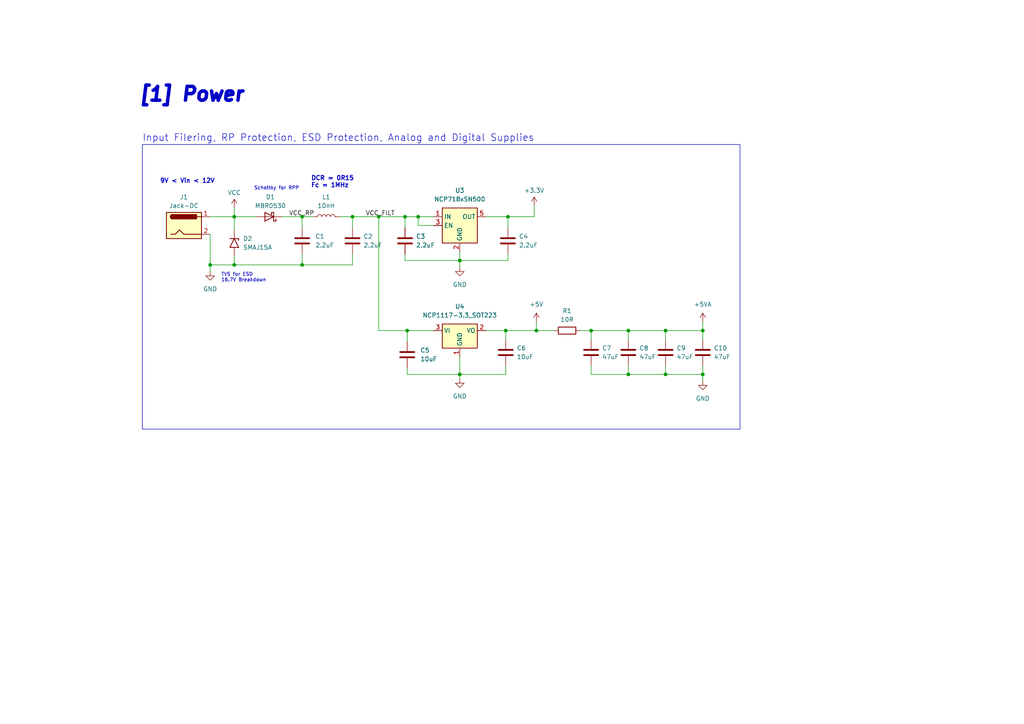
<source format=kicad_sch>
(kicad_sch (version 20230121) (generator eeschema)
  (paper "A4")
  (lib_symbols
    (symbol "Connector:Jack-DC" (pin_names (offset 1.016))
      (property "Reference" "J" (at 0 5.334 0))
      (property "Value" "Jack-DC" (at 0 -5.08 0))
      (symbol "Jack-DC_0_1"
        (rectangle (start -5.08 3.81) (end 5.08 -3.81) (stroke (width 0.254)) (fill (type background)))
        (arc (start -3.302 3.175) (mid -3.9343 2.54) (end -3.302 1.905) (stroke (width 0.254)))
        (arc (start -3.302 3.175) (mid -3.9343 2.54) (end -3.302 1.905) (stroke (width 0.254)) (fill (type outline)))
        (polyline (pts (xy 5.08 2.54) (xy 3.81 2.54)) (stroke (width 0.254)))
        (polyline (pts (xy -3.81 -2.54) (xy -2.54 -2.54) (xy -1.27 -1.27) (xy 0 -2.54) (xy 2.54 -2.54) (xy 5.08 -2.54)) (stroke (width 0.254)))
        (rectangle (start 3.683 3.175) (end -3.302 1.905) (stroke (width 0.254)) (fill (type outline)))
      )
      (symbol "Jack-DC_1_1"
        (pin passive line (at 7.62 2.54 180) (length 2.54) (name "~") (number "1"))
        (pin passive line (at 7.62 -2.54 180) (length 2.54) (name "~") (number "2"))
      )
    )
    (symbol "Device:C" (pin_numbers hide) (pin_names (offset 0.254))
      (property "Reference" "C" (at 0.635 2.54 0))
      (property "Value" "C" (at 0.635 -2.54 0))
      (symbol "C_0_1"
        (polyline (pts (xy -2.032 -0.762) (xy 2.032 -0.762)) (stroke (width 0.508)))
        (polyline (pts (xy -2.032 0.762) (xy 2.032 0.762)) (stroke (width 0.508)))
      )
      (symbol "C_1_1"
        (pin passive line (at 0 3.81 270) (length 2.794) (name "~") (number "1"))
        (pin passive line (at 0 -3.81 90) (length 2.794) (name "~") (number "2"))
      )
    )
    (symbol "Device:L" (pin_numbers hide) (pin_names (offset 1.016) hide)
      (property "Reference" "L" (at -1.27 0 90))
      (property "Value" "L" (at 1.905 0 90))
      (symbol "L_0_1"
        (arc (start 0 -2.54) (mid 0.6323 -1.905) (end 0 -1.27))
        (arc (start 0 -1.27) (mid 0.6323 -0.635) (end 0 0))
        (arc (start 0 0) (mid 0.6323 0.635) (end 0 1.27))
        (arc (start 0 1.27) (mid 0.6323 1.905) (end 0 2.54))
      )
      (symbol "L_1_1"
        (pin passive line (at 0 3.81 270) (length 1.27) (name "1") (number "1"))
        (pin passive line (at 0 -3.81 90) (length 1.27) (name "2") (number "2"))
      )
    )
    (symbol "Device:R" (pin_numbers hide) (pin_names (offset 0))
      (property "Reference" "R" (at 2.032 0 90))
      (property "Value" "R" (at 0 0 90))
      (symbol "R_0_1"
        (rectangle (start -1.016 -2.54) (end 1.016 2.54) (stroke (width 0.254)))
      )
      (symbol "R_1_1"
        (pin passive line (at 0 3.81 270) (length 1.27) (name "~") (number "1"))
        (pin passive line (at 0 -3.81 90) (length 1.27) (name "~") (number "2"))
      )
    )
    (symbol "Diode:MBR0530" (pin_numbers hide) (pin_names (offset 1.016) hide)
      (property "Reference" "D" (at 0 2.54 0))
      (property "Value" "MBR0530" (at 0 -2.54 0))
      (symbol "MBR0530_0_1"
        (polyline (pts (xy 1.27 0) (xy -1.27 0)))
        (polyline (pts (xy 1.27 1.27) (xy 1.27 -1.27) (xy -1.27 0) (xy 1.27 1.27)) (stroke (width 0.254)))
        (polyline (pts (xy -1.905 0.635) (xy -1.905 1.27) (xy -1.27 1.27) (xy -1.27 -1.27) (xy -0.635 -1.27) (xy -0.635 -0.635)) (stroke (width 0.254)))
      )
      (symbol "MBR0530_1_1"
        (pin passive line (at -3.81 0 0) (length 2.54) (name "K") (number "1"))
        (pin passive line (at 3.81 0 180) (length 2.54) (name "A") (number "2"))
      )
    )
    (symbol "Diode:SMAJ15A" (pin_numbers hide) (pin_names (offset 1.016) hide)
      (property "Reference" "D" (at 0 2.54 0))
      (property "Value" "SMAJ15A" (at 0 -2.54 0))
      (symbol "SMAJ15A_0_1"
        (polyline (pts (xy -0.762 1.27) (xy -1.27 1.27) (xy -1.27 -1.27)) (stroke (width 0.254)))
        (polyline (pts (xy 1.27 1.27) (xy 1.27 -1.27) (xy -1.27 0) (xy 1.27 1.27)) (stroke (width 0.254)))
      )
      (symbol "SMAJ15A_1_1"
        (pin passive line (at -3.81 0 0) (length 2.54) (name "A1") (number "1"))
        (pin passive line (at 3.81 0 180) (length 2.54) (name "A2") (number "2"))
      )
    )
    (symbol "Regulator_Linear:NCP1117-3.3_SOT223"
      (property "Reference" "U" (at -3.81 3.175 0))
      (property "Value" "NCP1117-3.3_SOT223" (at 0 3.175 0))
      (symbol "NCP1117-3.3_SOT223_0_1"
        (rectangle (start -5.08 -5.08) (end 5.08 1.905) (stroke (width 0.254)) (fill (type background)))
      )
      (symbol "NCP1117-3.3_SOT223_1_1"
        (pin power_in line (at 0 -7.62 90) (length 2.54) (name "GND") (number "1"))
        (pin power_out line (at 7.62 0 180) (length 2.54) (name "VO") (number "2"))
        (pin power_in line (at -7.62 0 0) (length 2.54) (name "VI") (number "3"))
      )
    )
    (symbol "Regulator_Linear:NCP718xSN500"
      (property "Reference" "U" (at -3.81 6.35 0))
      (property "Value" "NCP718xSN500" (at 6.35 6.35 0))
      (symbol "NCP718xSN500_0_1"
        (rectangle (start -5.08 -5.08) (end 5.08 5.08) (stroke (width 0.254)) (fill (type background)))
        (pin power_in line (at -7.62 2.54 0) (length 2.54) (name "IN") (number "1"))
        (pin power_in line (at 0 -7.62 90) (length 2.54) (name "GND") (number "2"))
        (pin input line (at -7.62 0 0) (length 2.54) (name "EN") (number "3"))
        (pin no_connect line (at 5.08 0 180) (length 2.54) hide (name "NC") (number "4"))
        (pin power_out line (at 7.62 2.54 180) (length 2.54) (name "OUT") (number "5"))
      )
    )
    (symbol "power:+3.3V" (power) (pin_names (offset 0))
      (property "Value" "+3.3V" (at 0 3.556 0))
      (symbol "+3.3V_0_1"
        (polyline (pts (xy -0.762 1.27) (xy 0 2.54)))
        (polyline (pts (xy 0 0) (xy 0 2.54)))
        (polyline (pts (xy 0 2.54) (xy 0.762 1.27)))
      )
      (symbol "+3.3V_1_1"
        (pin power_in line (at 0 0 90) (length 0) hide (name "+3.3V") (number "1"))
      )
    )
    (symbol "power:+5V" (power) (pin_names (offset 0))
      (property "Value" "+5V" (at 0 3.556 0))
      (symbol "+5V_0_1"
        (polyline (pts (xy -0.762 1.27) (xy 0 2.54)))
        (polyline (pts (xy 0 0) (xy 0 2.54)))
        (polyline (pts (xy 0 2.54) (xy 0.762 1.27)))
      )
      (symbol "+5V_1_1"
        (pin power_in line (at 0 0 90) (length 0) hide (name "+5V") (number "1"))
      )
    )
    (symbol "power:+5VA" (power) (pin_names (offset 0))
      (property "Value" "+5VA" (at 0 3.556 0))
      (symbol "+5VA_0_1"
        (polyline (pts (xy -0.762 1.27) (xy 0 2.54)))
        (polyline (pts (xy 0 0) (xy 0 2.54)))
        (polyline (pts (xy 0 2.54) (xy 0.762 1.27)))
      )
      (symbol "+5VA_1_1"
        (pin power_in line (at 0 0 90) (length 0) hide (name "+5VA") (number "1"))
      )
    )
    (symbol "power:GND" (power) (pin_names (offset 0))
      (property "Value" "GND" (at 0 -3.81 0))
      (symbol "GND_0_1"
        (polyline (pts (xy 0 0) (xy 0 -1.27) (xy 1.27 -1.27) (xy 0 -2.54) (xy -1.27 -1.27) (xy 0 -1.27)))
      )
      (symbol "GND_1_1"
        (pin power_in line (at 0 0 270) (length 0) hide (name "GND") (number "1"))
      )
    )
    (symbol "power:VCC" (power) (pin_names (offset 0))
      (property "Value" "VCC" (at 0 3.81 0))
      (symbol "VCC_0_1"
        (polyline (pts (xy -0.762 1.27) (xy 0 2.54)))
        (polyline (pts (xy 0 0) (xy 0 2.54)))
        (polyline (pts (xy 0 2.54) (xy 0.762 1.27)))
      )
      (symbol "VCC_1_1"
        (pin power_in line (at 0 0 90) (length 0) hide (name "VCC") (number "1"))
      )
    )
  )
  (junction (at 171.45 95.885))
  (junction (at 203.835 108.585))
  (junction (at 87.63 62.865))
  (junction (at 117.475 62.865))
  (junction (at 87.63 76.835))
  (junction (at 118.11 95.885))
  (junction (at 121.285 62.865))
  (junction (at 182.245 95.885))
  (junction (at 203.835 95.885))
  (junction (at 155.575 95.885))
  (junction (at 67.945 62.865))
  (junction (at 133.35 108.585))
  (junction (at 146.685 95.885))
  (junction (at 193.04 95.885))
  (junction (at 147.32 62.865))
  (junction (at 60.96 76.835))
  (junction (at 67.945 76.835))
  (junction (at 109.855 62.865))
  (junction (at 133.35 75.565))
  (junction (at 193.04 108.585))
  (junction (at 102.235 62.865))
  (junction (at 182.245 108.585))
  (wire (pts (xy 154.94 59.69) (xy 154.94 62.865)))
  (wire (pts (xy 203.835 108.585) (xy 203.835 110.49)))
  (wire (pts (xy 182.245 95.885) (xy 193.04 95.885)))
  (wire (pts (xy 118.11 95.885) (xy 125.73 95.885)))
  (wire (pts (xy 140.97 95.885) (xy 146.685 95.885)))
  (wire (pts (xy 133.35 103.505) (xy 133.35 108.585)))
  (wire (pts (xy 203.835 93.345) (xy 203.835 95.885)))
  (wire (pts (xy 81.915 62.865) (xy 87.63 62.865)))
  (wire (pts (xy 109.855 62.865) (xy 117.475 62.865)))
  (wire (pts (xy 60.96 62.865) (xy 67.945 62.865)))
  (wire (pts (xy 87.63 62.865) (xy 87.63 66.04)))
  (wire (pts (xy 193.04 95.885) (xy 193.04 98.425)))
  (wire (pts (xy 203.835 108.585) (xy 203.835 106.045)))
  (wire (pts (xy 171.45 95.885) (xy 171.45 98.425)))
  (wire (pts (xy 121.285 65.405) (xy 121.285 62.865)))
  (wire (pts (xy 182.245 95.885) (xy 182.245 98.425)))
  (wire (pts (xy 118.11 108.585) (xy 133.35 108.585)))
  (wire (pts (xy 102.235 62.865) (xy 102.235 66.04)))
  (wire (pts (xy 146.685 108.585) (xy 133.35 108.585)))
  (wire (pts (xy 193.04 106.045) (xy 193.04 108.585)))
  (wire (pts (xy 168.275 95.885) (xy 171.45 95.885)))
  (wire (pts (xy 117.475 62.865) (xy 117.475 66.04)))
  (wire (pts (xy 140.97 62.865) (xy 147.32 62.865)))
  (wire (pts (xy 60.96 67.945) (xy 60.96 76.835)))
  (wire (pts (xy 133.35 73.025) (xy 133.35 75.565)))
  (wire (pts (xy 67.945 76.835) (xy 60.96 76.835)))
  (wire (pts (xy 133.35 75.565) (xy 133.35 77.47)))
  (wire (pts (xy 182.245 106.045) (xy 182.245 108.585)))
  (wire (pts (xy 155.575 93.345) (xy 155.575 95.885)))
  (wire (pts (xy 121.285 62.865) (xy 125.73 62.865)))
  (wire (pts (xy 146.685 95.885) (xy 146.685 98.425)))
  (wire (pts (xy 98.425 62.865) (xy 102.235 62.865)))
  (wire (pts (xy 102.235 76.835) (xy 87.63 76.835)))
  (wire (pts (xy 109.855 62.865) (xy 109.855 95.885)))
  (wire (pts (xy 102.235 73.66) (xy 102.235 76.835)))
  (wire (pts (xy 193.04 95.885) (xy 203.835 95.885)))
  (wire (pts (xy 146.685 106.045) (xy 146.685 108.585)))
  (wire (pts (xy 125.73 65.405) (xy 121.285 65.405)))
  (wire (pts (xy 182.245 108.585) (xy 193.04 108.585)))
  (wire (pts (xy 67.945 62.865) (xy 67.945 66.675)))
  (wire (pts (xy 117.475 73.66) (xy 117.475 75.565)))
  (wire (pts (xy 171.45 95.885) (xy 182.245 95.885)))
  (wire (pts (xy 155.575 95.885) (xy 160.655 95.885)))
  (wire (pts (xy 171.45 108.585) (xy 182.245 108.585)))
  (wire (pts (xy 67.945 62.865) (xy 67.945 60.325)))
  (wire (pts (xy 193.04 108.585) (xy 203.835 108.585)))
  (wire (pts (xy 87.63 62.865) (xy 90.805 62.865)))
  (wire (pts (xy 118.11 95.885) (xy 118.11 99.06)))
  (wire (pts (xy 87.63 76.835) (xy 67.945 76.835)))
  (wire (pts (xy 102.235 62.865) (xy 109.855 62.865)))
  (wire (pts (xy 171.45 106.045) (xy 171.45 108.585)))
  (wire (pts (xy 146.685 95.885) (xy 155.575 95.885)))
  (wire (pts (xy 109.855 95.885) (xy 118.11 95.885)))
  (wire (pts (xy 133.35 108.585) (xy 133.35 109.855)))
  (wire (pts (xy 67.945 62.865) (xy 74.295 62.865)))
  (wire (pts (xy 67.945 74.295) (xy 67.945 76.835)))
  (wire (pts (xy 117.475 62.865) (xy 121.285 62.865)))
  (wire (pts (xy 147.32 73.66) (xy 147.32 75.565)))
  (wire (pts (xy 147.32 62.865) (xy 147.32 66.04)))
  (wire (pts (xy 60.96 76.835) (xy 60.96 78.74)))
  (wire (pts (xy 87.63 73.66) (xy 87.63 76.835)))
  (wire (pts (xy 118.11 106.68) (xy 118.11 108.585)))
  (wire (pts (xy 117.475 75.565) (xy 133.35 75.565)))
  (wire (pts (xy 147.32 75.565) (xy 133.35 75.565)))
  (wire (pts (xy 203.835 95.885) (xy 203.835 98.425)))
  (wire (pts (xy 147.32 62.865) (xy 154.94 62.865)))
  (rectangle (start 41.275 41.91) (end 214.63 124.46))
  (text "Schottky for RPP" (at 73.66 55.245 0) (effects (font (size 1 1)) (justify left bottom)))
  (text "TVS for ESD\n16.7V Breakdown" (at 64.135 81.915 0) (effects (font (size 1 1)) (justify left bottom)))
  (text "Input Filering, RP Protection, ESD Protection, Analog and Digital Supplies" (at 41.275 41.275 0) (effects (font (size 2 2)) (justify left bottom)))
  (text "9V < Vin < 12V" (at 46.355 53.34 0) (effects (font (size 1.27 1.27) bold) (justify left bottom)))
  (text "DCR = 0R15\nFc = 1MHz" (at 90.17 54.61 0) (effects (font (size 1.27 1.27) bold) (justify left bottom)))
  (text "[1] Power" (at 40.005 29.845 0) (effects (font (size 4 4) (thickness 2) bold italic) (justify left bottom)))
  (label "VCC_FILT" (at 106.045 62.865 0))
  (label "VCC_RP" (at 83.82 62.865 0))
  (symbol (lib_id "power:GND") (at 133.35 109.855 0) (unit 1)
    (property "Reference" "#PWR04" (effects hide))
    (property "Value" "GND" (at 133.35 114.935 0))
  )
  (symbol (lib_id "Regulator_Linear:NCP1117-3.3_SOT223") (at 133.35 95.885 0) (unit 1)
    (property "Reference" "U4" (at 133.35 88.9 0))
    (property "Value" "NCP1117-3.3_SOT223" (at 133.35 91.44 0))
    (property "Footprint" "Package_TO_SOT_SMD:SOT-223-3_TabPin2" (effects hide))
    (property "Datasheet" "http://www.onsemi.com/pub_link/Collateral/NCP1117-D.PDF" (effects hide))
    (instances (project "GuitarFX" (path "" (reference "U4") (unit 1)) (path "" (reference "U4") (unit 1)) (path "" (reference "U5") (unit 1))))
  )
  (symbol (lib_id "Device:C") (at 117.475 69.85 0) (unit 1)
    (property "Reference" "C3" (at 120.65 68.58 0) (effects (justify left)))
    (property "Value" "2.2uF" (at 120.65 71.12 0) (effects (justify left)))
  )
  (symbol (lib_id "Diode:SMAJ15A") (at 67.945 70.485 270) (unit 1)
    (property "Reference" "D2" (at 70.485 69.215 90) (effects (justify left)))
    (property "Value" "SMAJ15A" (at 70.485 71.755 90) (effects (justify left)))
    (property "Footprint" "Diode_SMD:D_SMA" (effects hide))
    (property "Datasheet" "https://www.littelfuse.com/media?resourcetype=datasheets&itemid=75e32973-b177-4ee3-a0ff-cedaf1abdb93&filename=smaj-datasheet" (effects hide))
  )
  (symbol (lib_id "Device:L") (at 94.615 62.865 90) (unit 1)
    (property "Reference" "L1" (at 94.615 57.15 90))
    (property "Value" "10nH" (at 94.615 59.69 90))
  )
  (symbol (lib_id "Device:C") (at 203.835 102.235 0) (unit 1)
    (property "Reference" "C10" (at 207.01 100.965 0) (effects (justify left)))
    (property "Value" "47uF" (at 207.01 103.505 0) (effects (justify left)))
  )
  (symbol (lib_id "Connector:Jack-DC") (at 53.34 65.405 0) (unit 1)
    (property "Reference" "J1" (at 53.34 57.15 0))
    (property "Value" "Jack-DC" (at 53.34 59.69 0))
  )
  (symbol (lib_id "power:GND") (at 133.35 77.47 0) (unit 1)
    (property "Reference" "#PWR03" (effects hide))
    (property "Value" "GND" (at 133.35 82.55 0))
  )
  (symbol (lib_id "power:+5V") (at 155.575 93.345 0) (unit 1)
    (property "Reference" "#PWR08" (effects hide))
    (property "Value" "+5V" (at 155.575 88.265 0))
  )
  (symbol (lib_id "Device:C") (at 182.245 102.235 0) (unit 1)
    (property "Reference" "C8" (at 185.42 100.965 0) (effects (justify left)))
    (property "Value" "47uF" (at 185.42 103.505 0) (effects (justify left)))
  )
  (symbol (lib_id "Device:C") (at 146.685 102.235 0) (unit 1)
    (property "Reference" "C6" (at 149.86 100.965 0) (effects (justify left)))
    (property "Value" "10uF" (at 149.86 103.505 0) (effects (justify left)))
  )
  (symbol (lib_id "Device:C") (at 193.04 102.235 0) (unit 1)
    (property "Reference" "C9" (at 196.215 100.965 0) (effects (justify left)))
    (property "Value" "47uF" (at 196.215 103.505 0) (effects (justify left)))
  )
  (symbol (lib_id "Regulator_Linear:NCP718xSN500") (at 133.35 65.405 0) (unit 1)
    (property "Reference" "U3" (at 133.35 55.245 0))
    (property "Value" "NCP718xSN500" (at 133.35 57.785 0))
    (property "Footprint" "Package_TO_SOT_SMD:SOT-23-5" (effects hide))
    (property "Datasheet" "https://www.onsemi.com/pub/Collateral/NCP718-D.PDF" (effects hide))
    (instances (project "GuitarFX" (path "" (reference "U3") (unit 1)) (path "" (reference "U3") (unit 1)) (path "" (reference "U6") (unit 1))))
  )
  (symbol (lib_id "Device:C") (at 118.11 102.87 0) (unit 1)
    (property "Reference" "C5" (at 121.92 101.6 0) (effects (justify left)))
    (property "Value" "10uF" (at 121.92 104.14 0) (effects (justify left)))
  )
  (symbol (lib_id "Device:C") (at 171.45 102.235 0) (unit 1)
    (property "Reference" "C7" (at 174.625 100.965 0) (effects (justify left)))
    (property "Value" "47uF" (at 174.625 103.505 0) (effects (justify left)))
  )
  (symbol (lib_id "Device:C") (at 147.32 69.85 0) (unit 1)
    (property "Reference" "C4" (at 150.495 68.58 0) (effects (justify left)))
    (property "Value" "2.2uF" (at 150.495 71.12 0) (effects (justify left)))
  )
  (symbol (lib_id "Device:C") (at 102.235 69.85 0) (unit 1)
    (property "Reference" "C2" (at 105.41 68.58 0) (effects (justify left)))
    (property "Value" "2.2uF" (at 105.41 71.12 0) (effects (justify left)))
  )
  (symbol (lib_id "power:+5VA") (at 203.835 93.345 0) (unit 1)
    (property "Reference" "#PWR06" (effects hide))
    (property "Value" "+5VA" (at 203.835 88.265 0))
  )
  (symbol (lib_id "Device:R") (at 164.465 95.885 90) (unit 1)
    (property "Reference" "R1" (at 164.465 90.17 90))
    (property "Value" "10R" (at 164.465 92.71 90))
  )
  (symbol (lib_id "power:GND") (at 60.96 78.74 0) (unit 1)
    (property "Reference" "#PWR02" (effects hide))
    (property "Value" "GND" (at 60.96 83.82 0))
  )
  (symbol (lib_id "power:GND") (at 203.835 110.49 0) (unit 1)
    (property "Reference" "#PWR07" (effects hide))
    (property "Value" "GND" (at 203.835 115.57 0))
  )
  (symbol (lib_id "power:VCC") (at 67.945 60.325 0) (unit 1)
    (property "Reference" "#PWR01" (effects hide))
    (property "Value" "VCC" (at 67.945 55.88 0))
  )
  (symbol (lib_id "power:+3.3V") (at 154.94 59.69 0) (unit 1)
    (property "Reference" "#PWR05" (effects hide))
    (property "Value" "+3.3V" (at 154.94 55.245 0))
  )
  (symbol (lib_id "Device:C") (at 87.63 69.85 0) (unit 1)
    (property "Reference" "C1" (at 91.44 68.58 0) (effects (justify left)))
    (property "Value" "2.2uF" (at 91.44 71.12 0) (effects (justify left)))
  )
  (symbol (lib_id "Diode:MBR0530") (at 78.105 62.865 180) (unit 1)
    (property "Reference" "D1" (at 78.4225 57.15 0))
    (property "Value" "MBR0530" (at 78.4225 59.69 0))
    (property "Footprint" "Diode_SMD:D_SOD-123" (effects hide))
    (property "Datasheet" "http://www.mccsemi.com/up_pdf/MBR0520~MBR0580(SOD123).pdf" (effects hide))
  )
)
</source>
